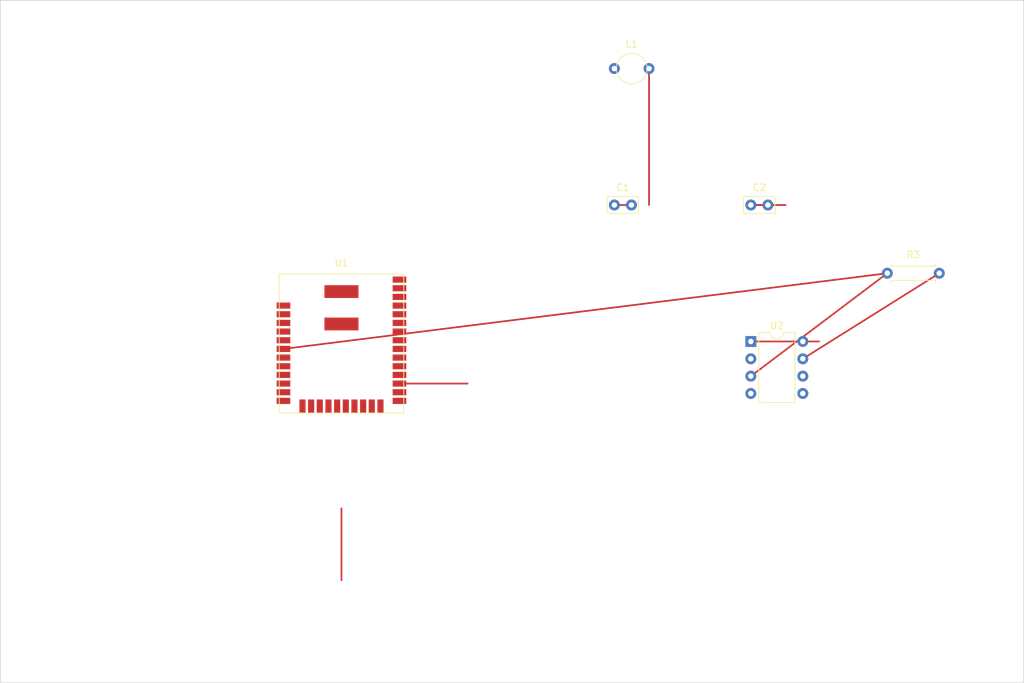
<source format=kicad_pcb>
(kicad_pcb (version 20221018) (generator pcbnew)
  (layers (0 "F.Cu" signal) (31 "B.Cu" signal) (34 "B.Paste" user) (35 "F.Paste" user) (36 "B.SilkS" user "B.Silkscreen") (37 "F.SilkS" user "F.Silkscreen") (38 "B.Mask" user) (39 "F.Mask" user) (44 "Edge.Cuts" user))
  (net 0 "")
  (net 1 "Net-(C1-Pad1)")
  (net 2 "GND")
  (net 3 "+3V3")
  (net 4 "Net-(L1-Pad1)")
  (net 5 "ANTENNA_IN")
  (net 6 "DATA_OUT")
  (net 7 "CLOCK_OUT")
  (net 8 "Net-(R3-Pad1)")
  (net 9 "Net-(U2-Pad1)")
  (footprint "RF_Module:ESP32-WROOM-32" (layer "F.Cu") (at 100 100)
    (fp_text reference "U1" (at 0 -11.5) (layer "F.SilkS"))
    (fp_text value "ESP32-WROOM-32")
    (fp_line (start -9.12 -9.88) (end 9.12 -9.88) (stroke (width 0.12)) (layer "F.SilkS"))
    (fp_line (start -9.12 10.5) (end -9.12 -9.88) (stroke (width 0.12)) (layer "F.SilkS"))
    (fp_line (start 9.12 -9.88) (end 9.12 10.5) (stroke (width 0.12)) (layer "F.SilkS"))
    (fp_line (start 9.12 10.5) (end -9.12 10.5) (stroke (width 0.12)) (layer "F.SilkS"))
    (pad "1" smd rect (at -8.5 -5.26) (size 2 0.9) (layers "F.Cu" "F.Paste" "F.Mask") (net 2 "GND"))
    (pad "2" smd rect (at -8.5 -3.99) (size 2 0.9) (layers "F.Cu" "F.Paste" "F.Mask") (net 3 "+3V3"))
    (pad "3" smd rect (at -8.5 -2.72) (size 2 0.9) (layers "F.Cu" "F.Paste" "F.Mask"))
    (pad "4" smd rect (at -8.5 -1.45) (size 2 0.9) (layers "F.Cu" "F.Paste" "F.Mask"))
    (pad "5" smd rect (at -8.5 -0.18) (size 2 0.9) (layers "F.Cu" "F.Paste" "F.Mask"))
    (pad "6" smd rect (at -8.5 1.09) (size 2 0.9) (layers "F.Cu" "F.Paste" "F.Mask") (net 5 "ANTENNA_IN"))
    (pad "7" smd rect (at -8.5 2.36) (size 2 0.9) (layers "F.Cu" "F.Paste" "F.Mask"))
    (pad "8" smd rect (at -8.5 3.63) (size 2 0.9) (layers "F.Cu" "F.Paste" "F.Mask"))
    (pad "9" smd rect (at -8.5 4.9) (size 2 0.9) (layers "F.Cu" "F.Paste" "F.Mask"))
    (pad "10" smd rect (at -8.5 6.17) (size 2 0.9) (layers "F.Cu" "F.Paste" "F.Mask") (net 7 "CLOCK_OUT"))
    (pad "11" smd rect (at -8.5 7.44) (size 2 0.9) (layers "F.Cu" "F.Paste" "F.Mask"))
    (pad "12" smd rect (at -8.5 8.71) (size 2 0.9) (layers "F.Cu" "F.Paste" "F.Mask"))
    (pad "13" smd rect (at -5.715 9.5) (size 0.9 2) (layers "F.Cu" "F.Paste" "F.Mask"))
    (pad "14" smd rect (at -4.445 9.5) (size 0.9 2) (layers "F.Cu" "F.Paste" "F.Mask"))
    (pad "15" smd rect (at -3.175 9.5) (size 0.9 2) (layers "F.Cu" "F.Paste" "F.Mask") (net 2 "GND"))
    (pad "16" smd rect (at -1.905 9.5) (size 0.9 2) (layers "F.Cu" "F.Paste" "F.Mask"))
    (pad "17" smd rect (at -0.635 9.5) (size 0.9 2) (layers "F.Cu" "F.Paste" "F.Mask"))
    (pad "18" smd rect (at 0.635 9.5) (size 0.9 2) (layers "F.Cu" "F.Paste" "F.Mask"))
    (pad "19" smd rect (at 1.905 9.5) (size 0.9 2) (layers "F.Cu" "F.Paste" "F.Mask"))
    (pad "20" smd rect (at 3.175 9.5) (size 0.9 2) (layers "F.Cu" "F.Paste" "F.Mask"))
    (pad "21" smd rect (at 4.445 9.5) (size 0.9 2) (layers "F.Cu" "F.Paste" "F.Mask"))
    (pad "22" smd rect (at 5.715 9.5) (size 0.9 2) (layers "F.Cu" "F.Paste" "F.Mask"))
    (pad "23" smd rect (at 8.5 8.71) (size 2 0.9) (layers "F.Cu" "F.Paste" "F.Mask"))
    (pad "24" smd rect (at 8.5 7.44) (size 2 0.9) (layers "F.Cu" "F.Paste" "F.Mask"))
    (pad "25" smd rect (at 8.5 6.17) (size 2 0.9) (layers "F.Cu" "F.Paste" "F.Mask"))
    (pad "26" smd rect (at 8.5 4.9) (size 2 0.9) (layers "F.Cu" "F.Paste" "F.Mask"))
    (pad "27" smd rect (at 8.5 3.63) (size 2 0.9) (layers "F.Cu" "F.Paste" "F.Mask"))
    (pad "28" smd rect (at 8.5 2.36) (size 2 0.9) (layers "F.Cu" "F.Paste" "F.Mask"))
    (pad "29" smd rect (at 8.5 1.09) (size 2 0.9) (layers "F.Cu" "F.Paste" "F.Mask"))
    (pad "30" smd rect (at 8.5 -0.18) (size 2 0.9) (layers "F.Cu" "F.Paste" "F.Mask"))
    (pad "31" smd rect (at 8.5 -1.45) (size 2 0.9) (layers "F.Cu" "F.Paste" "F.Mask"))
    (pad "32" smd rect (at 8.5 -2.72) (size 2 0.9) (layers "F.Cu" "F.Paste" "F.Mask"))
    (pad "33" smd rect (at 8.5 -3.99) (size 2 0.9) (layers "F.Cu" "F.Paste" "F.Mask"))
    (pad "34" smd rect (at 8.5 -5.26) (size 2 0.9) (layers "F.Cu" "F.Paste" "F.Mask"))
    (pad "35" smd rect (at 8.5 -6.53) (size 2 0.9) (layers "F.Cu" "F.Paste" "F.Mask"))
    (pad "36" smd rect (at 8.5 -7.8) (size 2 0.9) (layers "F.Cu" "F.Paste" "F.Mask"))
    (pad "37" smd rect (at 8.5 -9.07) (size 2 0.9) (layers "F.Cu" "F.Paste" "F.Mask"))
    (pad "38" smd rect (at 0 -7.315) (size 5 1.88) (layers "F.Cu" "F.Paste" "F.Mask") (net 2 "GND"))
    (pad "39" smd rect (at 0 -2.565) (size 5 1.88) (layers "F.Cu" "F.Paste" "F.Mask") (net 2 "GND"))
  )
  (footprint "Package_DIP:DIP-8_W7.62mm" (layer "F.Cu") (at 160 100)
    (fp_text reference "U2" (at 3.81 -2.33) (layer "F.SilkS"))
    (fp_text value "LM358")
    (fp_line (start 1.16 -1.33) (end 1.16 8.95) (stroke (width 0.12)) (layer "F.SilkS"))
    (fp_line (start 1.16 8.95) (end 6.46 8.95) (stroke (width 0.12)) (layer "F.SilkS"))
    (fp_line (start 2.81 -1.33) (end 1.16 -1.33) (stroke (width 0.12)) (layer "F.SilkS"))
    (fp_line (start 6.46 -1.33) (end 4.81 -1.33) (stroke (width 0.12)) (layer "F.SilkS"))
    (fp_line (start 6.46 8.95) (end 6.46 -1.33) (stroke (width 0.12)) (layer "F.SilkS"))
    (fp_arc (start 4.81 -1.33) (mid 3.81 -0.33) (end 2.81 -1.33) (stroke (width 0.12)) (layer "F.SilkS"))
    (pad "1" thru_hole rect (at 0 0) (size 1.6 1.6) (drill 0.8) (layers "*.Cu" "*.Mask") (net 6 "DATA_OUT"))
    (pad "2" thru_hole oval (at 0 2.54) (size 1.6 1.6) (drill 0.8) (layers "*.Cu" "*.Mask") (net 8 "Net-(R3-Pad1)"))
    (pad "3" thru_hole oval (at 0 5.08) (size 1.6 1.6) (drill 0.8) (layers "*.Cu" "*.Mask") (net 5 "ANTENNA_IN"))
    (pad "4" thru_hole oval (at 0 7.62) (size 1.6 1.6) (drill 0.8) (layers "*.Cu" "*.Mask") (net 2 "GND"))
    (pad "5" thru_hole oval (at 7.62 7.62) (size 1.6 1.6) (drill 0.8) (layers "*.Cu" "*.Mask"))
    (pad "6" thru_hole oval (at 7.62 5.08) (size 1.6 1.6) (drill 0.8) (layers "*.Cu" "*.Mask"))
    (pad "7" thru_hole oval (at 7.62 2.54) (size 1.6 1.6) (drill 0.8) (layers "*.Cu" "*.Mask"))
    (pad "8" thru_hole oval (at 7.62 0) (size 1.6 1.6) (drill 0.8) (layers "*.Cu" "*.Mask") (net 3 "+3V3"))
  )
  (footprint "Inductor_THT:L_Axial_L10.0mm_D4.5mm_P5.08mm_Vertical" (layer "F.Cu") (at 140 60)
    (fp_text reference "L1" (at 2.54 -3.56) (layer "F.SilkS"))
    (fp_text value "120µH")
    (fp_circle (center 2.54 0) (end 4.79 0) (stroke (width 0.12)) (fill none) (layer "F.SilkS"))
    (pad "1" thru_hole circle (at 0 0) (size 1.6 1.6) (drill 0.8) (layers "*.Cu" "*.Mask") (net 4 "Net-(L1-Pad1)"))
    (pad "2" thru_hole oval (at 5.08 0) (size 1.6 1.6) (drill 0.8) (layers "*.Cu" "*.Mask") (net 1 "Net-(C1-Pad1)"))
  )
  (footprint "Capacitor_THT:C_Disc_D5.0mm_W2.5mm_P2.50mm" (layer "F.Cu") (at 140 80)
    (fp_text reference "C1" (at 1.25 -2.56) (layer "F.SilkS"))
    (fp_text value "100nF")
    (fp_line (start -1.05 -1.25) (end -1.05 1.25) (stroke (width 0.12)) (layer "F.SilkS"))
    (fp_line (start -1.05 1.25) (end 3.55 1.25) (stroke (width 0.12)) (layer "F.SilkS"))
    (fp_line (start 3.55 -1.25) (end -1.05 -1.25) (stroke (width 0.12)) (layer "F.SilkS"))
    (fp_line (start 3.55 1.25) (end 3.55 -1.25) (stroke (width 0.12)) (layer "F.SilkS"))
    (pad "1" thru_hole circle (at 0 0) (size 1.6 1.6) (drill 0.8) (layers "*.Cu" "*.Mask") (net 1 "Net-(C1-Pad1)"))
    (pad "2" thru_hole circle (at 2.5 0) (size 1.6 1.6) (drill 0.8) (layers "*.Cu" "*.Mask") (net 2 "GND"))
  )
  (footprint "Capacitor_THT:C_Disc_D5.0mm_W2.5mm_P2.50mm" (layer "F.Cu") (at 160 80)
    (fp_text reference "C2" (at 1.25 -2.56) (layer "F.SilkS"))
    (fp_text value "22nF")
    (fp_line (start -1.05 -1.25) (end -1.05 1.25) (stroke (width 0.12)) (layer "F.SilkS"))
    (fp_line (start -1.05 1.25) (end 3.55 1.25) (stroke (width 0.12)) (layer "F.SilkS"))
    (fp_line (start 3.55 -1.25) (end -1.05 -1.25) (stroke (width 0.12)) (layer "F.SilkS"))
    (fp_line (start 3.55 1.25) (end 3.55 -1.25) (stroke (width 0.12)) (layer "F.SilkS"))
    (pad "1" thru_hole circle (at 0 0) (size 1.6 1.6) (drill 0.8) (layers "*.Cu" "*.Mask") (net 1 "Net-(C1-Pad1)"))
    (pad "2" thru_hole circle (at 2.5 0) (size 1.6 1.6) (drill 0.8) (layers "*.Cu" "*.Mask") (net 2 "GND"))
  )
  (footprint "Resistor_THT:R_Axial_DIN0207_L6.3mm_D2.5mm_P7.62mm_Horizontal" (layer "F.Cu") (at 180 90)
    (fp_text reference "R3" (at 3.81 -2.72) (layer "F.SilkS"))
    (fp_text value "1.6kΩ")
    (fp_line (start 0.54 -1.04) (end 0.54 -1.37) (stroke (width 0.12)) (layer "F.SilkS"))
    (fp_line (start 0.54 -1.04) (end 7.08 -1.04) (stroke (width 0.12)) (layer "F.SilkS"))
    (fp_line (start 0.54 1.04) (end 0.54 1.37) (stroke (width 0.12)) (layer "F.SilkS"))
    (fp_line (start 0.54 1.04) (end 7.08 1.04) (stroke (width 0.12)) (layer "F.SilkS"))
    (fp_line (start 7.08 -1.04) (end 7.08 -1.37) (stroke (width 0.12)) (layer "F.SilkS"))
    (fp_line (start 7.08 1.04) (end 7.08 1.37) (stroke (width 0.12)) (layer "F.SilkS"))
    (pad "1" thru_hole circle (at 0 0) (size 1.6 1.6) (drill 0.8) (layers "*.Cu" "*.Mask") (net 5 "ANTENNA_IN"))
    (pad "2" thru_hole oval (at 7.62 0) (size 1.6 1.6) (drill 0.8) (layers "*.Cu" "*.Mask") (net 8 "Net-(R3-Pad1)"))
  )
  (gr_rect (start 50 50) (end 200 150) (stroke (width 0.1)) (fill none) (layer "Edge.Cuts"))
  (segment (start 91.5 101.09) (end 180 90) (width 0.25) (layer "F.Cu") (net 5))
  (segment (start 145.08 60) (end 145.08 80) (width 0.25) (layer "F.Cu") (net 1))
  (segment (start 160 80) (end 165.1 80) (width 0.25) (layer "F.Cu") (net 1))
  (segment (start 140 80) (end 142.5 80) (width 0.25) (layer "F.Cu") (net 2))
  (segment (start 160 80) (end 162.5 80) (width 0.25) (layer "F.Cu") (net 2))
  (segment (start 100 124.46) (end 100 135) (width 0.25) (layer "F.Cu") (net 2))
  (segment (start 108.5 106.17) (end 118.5 106.17) (width 0.25) (layer "F.Cu") (net 7))
  (segment (start 167.62 102.54) (end 187.62 90) (width 0.25) (layer "F.Cu") (net 8))
  (segment (start 160 105.08) (end 180 90) (width 0.25) (layer "F.Cu") (net 5))
  (segment (start 160 100) (end 170 100) (width 0.25) (layer "F.Cu") (net 6))
)
</source>
